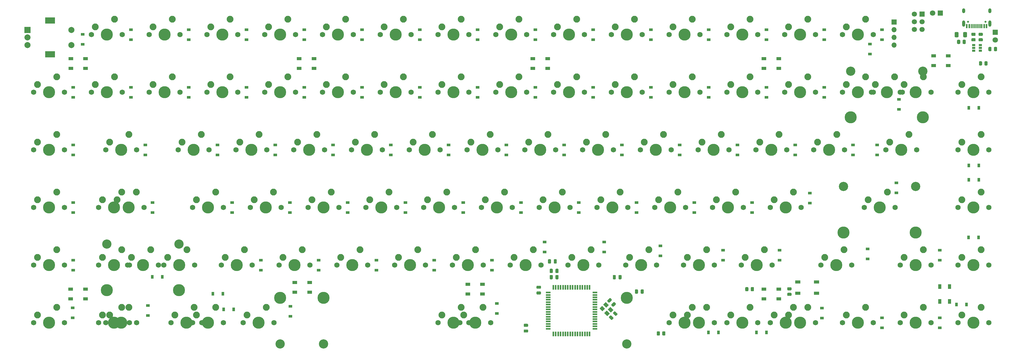
<source format=gbr>
%TF.GenerationSoftware,KiCad,Pcbnew,(5.1.9)-1*%
%TF.CreationDate,2021-05-17T13:38:32-04:00*%
%TF.ProjectId,rnm-75E,726e6d2d-3735-4452-9e6b-696361645f70,rev?*%
%TF.SameCoordinates,Original*%
%TF.FileFunction,Soldermask,Bot*%
%TF.FilePolarity,Negative*%
%FSLAX46Y46*%
G04 Gerber Fmt 4.6, Leading zero omitted, Abs format (unit mm)*
G04 Created by KiCad (PCBNEW (5.1.9)-1) date 2021-05-17 13:38:32*
%MOMM*%
%LPD*%
G01*
G04 APERTURE LIST*
%ADD10C,2.250000*%
%ADD11C,3.987800*%
%ADD12C,1.750000*%
%ADD13R,0.900000X1.200000*%
%ADD14R,1.200000X0.900000*%
%ADD15R,2.000000X2.000000*%
%ADD16C,2.000000*%
%ADD17R,3.200000X2.000000*%
%ADD18C,3.048000*%
%ADD19R,0.600000X1.450000*%
%ADD20R,0.300000X1.450000*%
%ADD21O,1.000000X2.100000*%
%ADD22C,0.650000*%
%ADD23O,1.000000X1.600000*%
%ADD24R,1.060000X0.650000*%
%ADD25R,1.500000X0.550000*%
%ADD26R,0.550000X1.500000*%
%ADD27R,1.700000X1.700000*%
%ADD28C,1.700000*%
%ADD29C,1.800000*%
%ADD30R,1.800000X1.800000*%
%ADD31O,1.700000X1.700000*%
%ADD32C,0.100000*%
%ADD33R,1.800000X1.100000*%
%ADD34R,1.500000X1.000000*%
%ADD35R,1.000000X1.500000*%
G04 APERTURE END LIST*
D10*
%TO.C,MX78*%
X340665250Y-96577000D03*
D11*
X338125250Y-101657000D03*
D10*
X334315250Y-99117000D03*
D12*
X333045250Y-101657000D03*
X343205250Y-101657000D03*
%TD*%
D10*
%TO.C,MX_SPLIT_LS_R1*%
X116840000Y-172790000D03*
D11*
X114300000Y-177870000D03*
D10*
X110490000Y-175330000D03*
D12*
X109220000Y-177870000D03*
X119380000Y-177870000D03*
%TD*%
D10*
%TO.C,MX_SPLIT_LS_L1*%
X95390000Y-172770000D03*
D11*
X92850000Y-177850000D03*
D10*
X89040000Y-175310000D03*
D12*
X87770000Y-177850000D03*
X97930000Y-177850000D03*
%TD*%
D10*
%TO.C,MX_SPLIT_BS_R1*%
X359710000Y-115620000D03*
D11*
X357170000Y-120700000D03*
D10*
X353360000Y-118160000D03*
D12*
X352090000Y-120700000D03*
X362250000Y-120700000D03*
%TD*%
D10*
%TO.C,MX_SPLIT_BS_L1*%
X340670000Y-115620000D03*
D11*
X338130000Y-120700000D03*
D10*
X334320000Y-118160000D03*
D12*
X333050000Y-120700000D03*
X343210000Y-120700000D03*
%TD*%
D13*
%TO.C,D_SPLIT_RS_R1*%
X125412500Y-187325000D03*
X128712500Y-187325000D03*
%TD*%
D14*
%TO.C,D_SPLIT_BS_R1*%
X342106250Y-108075000D03*
X342106250Y-104775000D03*
%TD*%
D15*
%TO.C,SW2*%
X64281500Y-100069500D03*
D16*
X64281500Y-102569500D03*
X64281500Y-105069500D03*
D17*
X71781500Y-96969500D03*
X71781500Y-108169500D03*
D16*
X78781500Y-100069500D03*
X78781500Y-105069500D03*
%TD*%
D10*
%TO.C,MX81*%
X354952750Y-134677000D03*
D11*
X352412750Y-139757000D03*
D10*
X348602750Y-137217000D03*
D12*
X347332750Y-139757000D03*
X357492750Y-139757000D03*
%TD*%
D10*
%TO.C,MX93*%
X207315250Y-191827000D03*
D11*
X204775250Y-196907000D03*
D10*
X200965250Y-194367000D03*
D12*
X199695250Y-196907000D03*
X209855250Y-196907000D03*
D18*
X147625250Y-203892000D03*
X261925250Y-203892000D03*
D11*
X147625250Y-188652000D03*
X261925250Y-188652000D03*
%TD*%
D19*
%TO.C,J2*%
X380545000Y-98865000D03*
X379745000Y-98865000D03*
X374845000Y-98865000D03*
X374045000Y-98865000D03*
X374045000Y-98865000D03*
X374845000Y-98865000D03*
X379745000Y-98865000D03*
X380545000Y-98865000D03*
D20*
X375545000Y-98865000D03*
X376045000Y-98865000D03*
X376545000Y-98865000D03*
X377545000Y-98865000D03*
X378045000Y-98865000D03*
X378545000Y-98865000D03*
X379045000Y-98865000D03*
X377045000Y-98865000D03*
D21*
X381615000Y-97950000D03*
X372975000Y-97950000D03*
D22*
X374405000Y-97420000D03*
D23*
X372975000Y-93770000D03*
D22*
X380185000Y-97420000D03*
D23*
X381615000Y-93770000D03*
%TD*%
D10*
%TO.C,MX62*%
X288277750Y-172777000D03*
D11*
X285737750Y-177857000D03*
D10*
X281927750Y-175317000D03*
D12*
X280657750Y-177857000D03*
X290817750Y-177857000D03*
%TD*%
D10*
%TO.C,MX86*%
X378765250Y-115627000D03*
D11*
X376225250Y-120707000D03*
D10*
X372415250Y-118167000D03*
D12*
X371145250Y-120707000D03*
X381305250Y-120707000D03*
%TD*%
%TO.C,C_F3*%
G36*
G01*
X237832500Y-177093750D02*
X237832500Y-176143750D01*
G75*
G02*
X238082500Y-175893750I250000J0D01*
G01*
X238582500Y-175893750D01*
G75*
G02*
X238832500Y-176143750I0J-250000D01*
G01*
X238832500Y-177093750D01*
G75*
G02*
X238582500Y-177343750I-250000J0D01*
G01*
X238082500Y-177343750D01*
G75*
G02*
X237832500Y-177093750I0J250000D01*
G01*
G37*
G36*
G01*
X235932500Y-177093750D02*
X235932500Y-176143750D01*
G75*
G02*
X236182500Y-175893750I250000J0D01*
G01*
X236682500Y-175893750D01*
G75*
G02*
X236932500Y-176143750I0J-250000D01*
G01*
X236932500Y-177093750D01*
G75*
G02*
X236682500Y-177343750I-250000J0D01*
G01*
X236182500Y-177343750D01*
G75*
G02*
X235932500Y-177093750I0J250000D01*
G01*
G37*
%TD*%
%TO.C,C_X2*%
G36*
G01*
X256906029Y-189507878D02*
X256234278Y-190179629D01*
G75*
G02*
X255880724Y-190179629I-176777J176777D01*
G01*
X255527171Y-189826076D01*
G75*
G02*
X255527171Y-189472522I176777J176777D01*
G01*
X256198922Y-188800771D01*
G75*
G02*
X256552476Y-188800771I176777J-176777D01*
G01*
X256906029Y-189154324D01*
G75*
G02*
X256906029Y-189507878I-176777J-176777D01*
G01*
G37*
G36*
G01*
X258249531Y-190851380D02*
X257577780Y-191523131D01*
G75*
G02*
X257224226Y-191523131I-176777J176777D01*
G01*
X256870673Y-191169578D01*
G75*
G02*
X256870673Y-190816024I176777J176777D01*
G01*
X257542424Y-190144273D01*
G75*
G02*
X257895978Y-190144273I176777J-176777D01*
G01*
X258249531Y-190497826D01*
G75*
G02*
X258249531Y-190851380I-176777J-176777D01*
G01*
G37*
%TD*%
D24*
%TO.C,U2*%
X376317600Y-106036000D03*
X376317600Y-105086000D03*
X376317600Y-106986000D03*
X378517600Y-106986000D03*
X378517600Y-106036000D03*
X378517600Y-105086000D03*
%TD*%
D25*
%TO.C,U1*%
X235975000Y-186900000D03*
X235975000Y-187700000D03*
X235975000Y-188500000D03*
X235975000Y-189300000D03*
X235975000Y-190100000D03*
X235975000Y-190900000D03*
X235975000Y-191700000D03*
X235975000Y-192500000D03*
X235975000Y-193300000D03*
X235975000Y-194100000D03*
X235975000Y-194900000D03*
X235975000Y-195700000D03*
X235975000Y-196500000D03*
X235975000Y-197300000D03*
X235975000Y-198100000D03*
X235975000Y-198900000D03*
D26*
X237675000Y-200600000D03*
X238475000Y-200600000D03*
X239275000Y-200600000D03*
X240075000Y-200600000D03*
X240875000Y-200600000D03*
X241675000Y-200600000D03*
X242475000Y-200600000D03*
X243275000Y-200600000D03*
X244075000Y-200600000D03*
X244875000Y-200600000D03*
X245675000Y-200600000D03*
X246475000Y-200600000D03*
X247275000Y-200600000D03*
X248075000Y-200600000D03*
X248875000Y-200600000D03*
X249675000Y-200600000D03*
D25*
X251375000Y-198900000D03*
X251375000Y-198100000D03*
X251375000Y-197300000D03*
X251375000Y-196500000D03*
X251375000Y-195700000D03*
X251375000Y-194900000D03*
X251375000Y-194100000D03*
X251375000Y-193300000D03*
X251375000Y-192500000D03*
X251375000Y-191700000D03*
X251375000Y-190900000D03*
X251375000Y-190100000D03*
X251375000Y-189300000D03*
X251375000Y-188500000D03*
X251375000Y-187700000D03*
X251375000Y-186900000D03*
D26*
X249675000Y-185200000D03*
X248875000Y-185200000D03*
X248075000Y-185200000D03*
X247275000Y-185200000D03*
X246475000Y-185200000D03*
X245675000Y-185200000D03*
X244875000Y-185200000D03*
X244075000Y-185200000D03*
X243275000Y-185200000D03*
X242475000Y-185200000D03*
X241675000Y-185200000D03*
X240875000Y-185200000D03*
X240075000Y-185200000D03*
X239275000Y-185200000D03*
X238475000Y-185200000D03*
X237675000Y-185200000D03*
%TD*%
D10*
%TO.C,MX10*%
X104921500Y-172777000D03*
D11*
X102381500Y-177857000D03*
D10*
X98571500Y-175317000D03*
D12*
X97301500Y-177857000D03*
X107461500Y-177857000D03*
D18*
X90475250Y-170872000D03*
X114287750Y-170872000D03*
D11*
X90475250Y-186112000D03*
X114287750Y-186112000D03*
%TD*%
D27*
%TO.C,J1*%
X359302500Y-94862500D03*
D28*
X356762500Y-94862500D03*
X359302500Y-97402500D03*
X356762500Y-97402500D03*
X359302500Y-99942500D03*
X356762500Y-99942500D03*
%TD*%
%TO.C,R2*%
G36*
G01*
X302006500Y-185344498D02*
X302006500Y-186244502D01*
G75*
G02*
X301756502Y-186494500I-249998J0D01*
G01*
X301231498Y-186494500D01*
G75*
G02*
X300981500Y-186244502I0J249998D01*
G01*
X300981500Y-185344498D01*
G75*
G02*
X301231498Y-185094500I249998J0D01*
G01*
X301756502Y-185094500D01*
G75*
G02*
X302006500Y-185344498I0J-249998D01*
G01*
G37*
G36*
G01*
X303831500Y-185344498D02*
X303831500Y-186244502D01*
G75*
G02*
X303581502Y-186494500I-249998J0D01*
G01*
X303056498Y-186494500D01*
G75*
G02*
X302806500Y-186244502I0J249998D01*
G01*
X302806500Y-185344498D01*
G75*
G02*
X303056498Y-185094500I249998J0D01*
G01*
X303581502Y-185094500D01*
G75*
G02*
X303831500Y-185344498I0J-249998D01*
G01*
G37*
%TD*%
D10*
%TO.C,MX83*%
X359715250Y-172777000D03*
D11*
X357175250Y-177857000D03*
D10*
X353365250Y-175317000D03*
D12*
X352095250Y-177857000D03*
X362255250Y-177857000D03*
%TD*%
D10*
%TO.C,MX57*%
X269227750Y-172777000D03*
D11*
X266687750Y-177857000D03*
D10*
X262877750Y-175317000D03*
D12*
X261607750Y-177857000D03*
X271767750Y-177857000D03*
%TD*%
%TO.C,C_FM1*%
G36*
G01*
X239406500Y-179287000D02*
X239406500Y-180237000D01*
G75*
G02*
X239156500Y-180487000I-250000J0D01*
G01*
X238656500Y-180487000D01*
G75*
G02*
X238406500Y-180237000I0J250000D01*
G01*
X238406500Y-179287000D01*
G75*
G02*
X238656500Y-179037000I250000J0D01*
G01*
X239156500Y-179037000D01*
G75*
G02*
X239406500Y-179287000I0J-250000D01*
G01*
G37*
G36*
G01*
X237506500Y-179287000D02*
X237506500Y-180237000D01*
G75*
G02*
X237256500Y-180487000I-250000J0D01*
G01*
X236756500Y-180487000D01*
G75*
G02*
X236506500Y-180237000I0J250000D01*
G01*
X236506500Y-179287000D01*
G75*
G02*
X236756500Y-179037000I250000J0D01*
G01*
X237256500Y-179037000D01*
G75*
G02*
X237506500Y-179287000I0J-250000D01*
G01*
G37*
%TD*%
D29*
%TO.C,CAPS_LOCK_LED2*%
X383369000Y-103403250D03*
D30*
X383369000Y-100863250D03*
%TD*%
D29*
%TO.C,CAPS_LOCK_LED1*%
X362731500Y-94513250D03*
D30*
X365271500Y-94513250D03*
%TD*%
D10*
%TO.C,MX92*%
X126352750Y-191827000D03*
D11*
X123812750Y-196907000D03*
D10*
X120002750Y-194367000D03*
D12*
X118732750Y-196907000D03*
X128892750Y-196907000D03*
%TD*%
D10*
%TO.C,MX91*%
X97777750Y-191827000D03*
D11*
X95237750Y-196907000D03*
D10*
X91427750Y-194367000D03*
D12*
X90157750Y-196907000D03*
X100317750Y-196907000D03*
%TD*%
D10*
%TO.C,MX90*%
X95396500Y-153727000D03*
D11*
X92856500Y-158807000D03*
D10*
X89046500Y-156267000D03*
D12*
X87776500Y-158807000D03*
X97936500Y-158807000D03*
%TD*%
D10*
%TO.C,MX85*%
X378765250Y-191827000D03*
D11*
X376225250Y-196907000D03*
D10*
X372415250Y-194367000D03*
D12*
X371145250Y-196907000D03*
X381305250Y-196907000D03*
%TD*%
D10*
%TO.C,MX41*%
X214459000Y-191827000D03*
D11*
X211919000Y-196907000D03*
D10*
X208109000Y-194367000D03*
D12*
X206839000Y-196907000D03*
X216999000Y-196907000D03*
D18*
X161919100Y-203892000D03*
X261918900Y-203892000D03*
D11*
X161919100Y-188652000D03*
X261918900Y-188652000D03*
%TD*%
D31*
%TO.C,J3*%
X350043750Y-105092500D03*
X350043750Y-102552500D03*
X350043750Y-100012500D03*
D27*
X350043750Y-97472500D03*
%TD*%
D12*
%TO.C,MX2*%
X76505250Y-139757000D03*
X66345250Y-139757000D03*
D10*
X67615250Y-137217000D03*
D11*
X71425250Y-139757000D03*
D10*
X73965250Y-134677000D03*
%TD*%
%TO.C,MX4*%
X73965250Y-172777000D03*
D11*
X71425250Y-177857000D03*
D10*
X67615250Y-175317000D03*
D12*
X66345250Y-177857000D03*
X76505250Y-177857000D03*
%TD*%
D32*
%TO.C,Y1*%
G36*
X257505955Y-192606865D02*
G01*
X256657427Y-193455393D01*
X255667477Y-192465443D01*
X256516005Y-191616915D01*
X257505955Y-192606865D01*
G37*
G36*
X255950320Y-191051230D02*
G01*
X255101792Y-191899758D01*
X254111842Y-190909808D01*
X254960370Y-190061280D01*
X255950320Y-191051230D01*
G37*
G36*
X254748239Y-192253311D02*
G01*
X253899711Y-193101839D01*
X252909761Y-192111889D01*
X253758289Y-191263361D01*
X254748239Y-192253311D01*
G37*
G36*
X256303874Y-193808946D02*
G01*
X255455346Y-194657474D01*
X254465396Y-193667524D01*
X255313924Y-192818996D01*
X256303874Y-193808946D01*
G37*
%TD*%
D33*
%TO.C,SW1*%
X318281500Y-183413250D03*
X324481500Y-187113250D03*
X318281500Y-187113250D03*
X324481500Y-183413250D03*
%TD*%
%TO.C,R_u2*%
G36*
G01*
X382175250Y-105969498D02*
X382175250Y-106869502D01*
G75*
G02*
X381925252Y-107119500I-249998J0D01*
G01*
X381400248Y-107119500D01*
G75*
G02*
X381150250Y-106869502I0J249998D01*
G01*
X381150250Y-105969498D01*
G75*
G02*
X381400248Y-105719500I249998J0D01*
G01*
X381925252Y-105719500D01*
G75*
G02*
X382175250Y-105969498I0J-249998D01*
G01*
G37*
G36*
G01*
X384000250Y-105969498D02*
X384000250Y-106869502D01*
G75*
G02*
X383750252Y-107119500I-249998J0D01*
G01*
X383225248Y-107119500D01*
G75*
G02*
X382975250Y-106869502I0J249998D01*
G01*
X382975250Y-105969498D01*
G75*
G02*
X383225248Y-105719500I249998J0D01*
G01*
X383750252Y-105719500D01*
G75*
G02*
X384000250Y-105969498I0J-249998D01*
G01*
G37*
%TD*%
%TO.C,R_u1*%
G36*
G01*
X372656500Y-104488252D02*
X372656500Y-103588248D01*
G75*
G02*
X372906498Y-103338250I249998J0D01*
G01*
X373431502Y-103338250D01*
G75*
G02*
X373681500Y-103588248I0J-249998D01*
G01*
X373681500Y-104488252D01*
G75*
G02*
X373431502Y-104738250I-249998J0D01*
G01*
X372906498Y-104738250D01*
G75*
G02*
X372656500Y-104488252I0J249998D01*
G01*
G37*
G36*
G01*
X370831500Y-104488252D02*
X370831500Y-103588248D01*
G75*
G02*
X371081498Y-103338250I249998J0D01*
G01*
X371606502Y-103338250D01*
G75*
G02*
X371856500Y-103588248I0J-249998D01*
G01*
X371856500Y-104488252D01*
G75*
G02*
X371606502Y-104738250I-249998J0D01*
G01*
X371081498Y-104738250D01*
G75*
G02*
X370831500Y-104488252I0J249998D01*
G01*
G37*
%TD*%
%TO.C,R_SW2*%
G36*
G01*
X271795000Y-200881252D02*
X271795000Y-199981248D01*
G75*
G02*
X272044998Y-199731250I249998J0D01*
G01*
X272570002Y-199731250D01*
G75*
G02*
X272820000Y-199981248I0J-249998D01*
G01*
X272820000Y-200881252D01*
G75*
G02*
X272570002Y-201131250I-249998J0D01*
G01*
X272044998Y-201131250D01*
G75*
G02*
X271795000Y-200881252I0J249998D01*
G01*
G37*
G36*
G01*
X273620000Y-200881252D02*
X273620000Y-199981248D01*
G75*
G02*
X273869998Y-199731250I249998J0D01*
G01*
X274395002Y-199731250D01*
G75*
G02*
X274645000Y-199981248I0J-249998D01*
G01*
X274645000Y-200881252D01*
G75*
G02*
X274395002Y-201131250I-249998J0D01*
G01*
X273869998Y-201131250D01*
G75*
G02*
X273620000Y-200881252I0J249998D01*
G01*
G37*
%TD*%
%TO.C,R_SW1*%
G36*
G01*
X315975602Y-188021500D02*
X315075598Y-188021500D01*
G75*
G02*
X314825600Y-187771502I0J249998D01*
G01*
X314825600Y-187246498D01*
G75*
G02*
X315075598Y-186996500I249998J0D01*
G01*
X315975602Y-186996500D01*
G75*
G02*
X316225600Y-187246498I0J-249998D01*
G01*
X316225600Y-187771502D01*
G75*
G02*
X315975602Y-188021500I-249998J0D01*
G01*
G37*
G36*
G01*
X315975602Y-186196500D02*
X315075598Y-186196500D01*
G75*
G02*
X314825600Y-185946502I0J249998D01*
G01*
X314825600Y-185421498D01*
G75*
G02*
X315075598Y-185171500I249998J0D01*
G01*
X315975602Y-185171500D01*
G75*
G02*
X316225600Y-185421498I0J-249998D01*
G01*
X316225600Y-185946502D01*
G75*
G02*
X315975602Y-186196500I-249998J0D01*
G01*
G37*
%TD*%
%TO.C,R_d2*%
G36*
G01*
X376675252Y-102050750D02*
X375775248Y-102050750D01*
G75*
G02*
X375525250Y-101800752I0J249998D01*
G01*
X375525250Y-101275748D01*
G75*
G02*
X375775248Y-101025750I249998J0D01*
G01*
X376675252Y-101025750D01*
G75*
G02*
X376925250Y-101275748I0J-249998D01*
G01*
X376925250Y-101800752D01*
G75*
G02*
X376675252Y-102050750I-249998J0D01*
G01*
G37*
G36*
G01*
X376675252Y-103875750D02*
X375775248Y-103875750D01*
G75*
G02*
X375525250Y-103625752I0J249998D01*
G01*
X375525250Y-103100748D01*
G75*
G02*
X375775248Y-102850750I249998J0D01*
G01*
X376675252Y-102850750D01*
G75*
G02*
X376925250Y-103100748I0J-249998D01*
G01*
X376925250Y-103625752D01*
G75*
G02*
X376675252Y-103875750I-249998J0D01*
G01*
G37*
%TD*%
%TO.C,R_d1*%
G36*
G01*
X379056502Y-102050750D02*
X378156498Y-102050750D01*
G75*
G02*
X377906500Y-101800752I0J249998D01*
G01*
X377906500Y-101275748D01*
G75*
G02*
X378156498Y-101025750I249998J0D01*
G01*
X379056502Y-101025750D01*
G75*
G02*
X379306500Y-101275748I0J-249998D01*
G01*
X379306500Y-101800752D01*
G75*
G02*
X379056502Y-102050750I-249998J0D01*
G01*
G37*
G36*
G01*
X379056502Y-103875750D02*
X378156498Y-103875750D01*
G75*
G02*
X377906500Y-103625752I0J249998D01*
G01*
X377906500Y-103100748D01*
G75*
G02*
X378156498Y-102850750I249998J0D01*
G01*
X379056502Y-102850750D01*
G75*
G02*
X379306500Y-103100748I0J-249998D01*
G01*
X379306500Y-103625752D01*
G75*
G02*
X379056502Y-103875750I-249998J0D01*
G01*
G37*
%TD*%
%TO.C,R1*%
G36*
G01*
X379059300Y-110706598D02*
X379059300Y-111606602D01*
G75*
G02*
X378809302Y-111856600I-249998J0D01*
G01*
X378284298Y-111856600D01*
G75*
G02*
X378034300Y-111606602I0J249998D01*
G01*
X378034300Y-110706598D01*
G75*
G02*
X378284298Y-110456600I249998J0D01*
G01*
X378809302Y-110456600D01*
G75*
G02*
X379059300Y-110706598I0J-249998D01*
G01*
G37*
G36*
G01*
X380884300Y-110706598D02*
X380884300Y-111606602D01*
G75*
G02*
X380634302Y-111856600I-249998J0D01*
G01*
X380109298Y-111856600D01*
G75*
G02*
X379859300Y-111606602I0J249998D01*
G01*
X379859300Y-110706598D01*
G75*
G02*
X380109298Y-110456600I249998J0D01*
G01*
X380634302Y-110456600D01*
G75*
G02*
X380884300Y-110706598I0J-249998D01*
G01*
G37*
%TD*%
D10*
%TO.C,MX89*%
X378765250Y-172777000D03*
D11*
X376225250Y-177857000D03*
D10*
X372415250Y-175317000D03*
D12*
X371145250Y-177857000D03*
X381305250Y-177857000D03*
%TD*%
D10*
%TO.C,MX88*%
X378765250Y-153727000D03*
D11*
X376225250Y-158807000D03*
D10*
X372415250Y-156267000D03*
D12*
X371145250Y-158807000D03*
X381305250Y-158807000D03*
%TD*%
D10*
%TO.C,MX87*%
X378765250Y-134677000D03*
D11*
X376225250Y-139757000D03*
D10*
X372415250Y-137217000D03*
D12*
X371145250Y-139757000D03*
X381305250Y-139757000D03*
%TD*%
D10*
%TO.C,MX84*%
X359715250Y-191827000D03*
D11*
X357175250Y-196907000D03*
D10*
X353365250Y-194367000D03*
D12*
X352095250Y-196907000D03*
X362255250Y-196907000D03*
%TD*%
D10*
%TO.C,MX82*%
X347809000Y-153727000D03*
D11*
X345269000Y-158807000D03*
D10*
X341459000Y-156267000D03*
D12*
X340189000Y-158807000D03*
X350349000Y-158807000D03*
D18*
X333362750Y-151822000D03*
X357175250Y-151822000D03*
D11*
X333362750Y-167062000D03*
X357175250Y-167062000D03*
%TD*%
D10*
%TO.C,MX80*%
X350190250Y-115627000D03*
D11*
X347650250Y-120707000D03*
D10*
X343840250Y-118167000D03*
D12*
X342570250Y-120707000D03*
X352730250Y-120707000D03*
D18*
X335744000Y-113722000D03*
X359556500Y-113722000D03*
D11*
X335744000Y-128962000D03*
X359556500Y-128962000D03*
%TD*%
D10*
%TO.C,MX79*%
X340665250Y-191827000D03*
D11*
X338125250Y-196907000D03*
D10*
X334315250Y-194367000D03*
D12*
X333045250Y-196907000D03*
X343205250Y-196907000D03*
%TD*%
D10*
%TO.C,MX77*%
X333521500Y-172777000D03*
D11*
X330981500Y-177857000D03*
D10*
X327171500Y-175317000D03*
D12*
X325901500Y-177857000D03*
X336061500Y-177857000D03*
%TD*%
D10*
%TO.C,MX76*%
X331140250Y-134677000D03*
D11*
X328600250Y-139757000D03*
D10*
X324790250Y-137217000D03*
D12*
X323520250Y-139757000D03*
X333680250Y-139757000D03*
%TD*%
D10*
%TO.C,MX75*%
X321615250Y-115627000D03*
D11*
X319075250Y-120707000D03*
D10*
X315265250Y-118167000D03*
D12*
X313995250Y-120707000D03*
X324155250Y-120707000D03*
%TD*%
D10*
%TO.C,MX74*%
X321615250Y-96577000D03*
D11*
X319075250Y-101657000D03*
D10*
X315265250Y-99117000D03*
D12*
X313995250Y-101657000D03*
X324155250Y-101657000D03*
%TD*%
D10*
%TO.C,MX73*%
X316852750Y-153727000D03*
D11*
X314312750Y-158807000D03*
D10*
X310502750Y-156267000D03*
D12*
X309232750Y-158807000D03*
X319392750Y-158807000D03*
%TD*%
D10*
%TO.C,MX72*%
X312090250Y-134677000D03*
D11*
X309550250Y-139757000D03*
D10*
X305740250Y-137217000D03*
D12*
X304470250Y-139757000D03*
X314630250Y-139757000D03*
%TD*%
D10*
%TO.C,MX71*%
X316852750Y-191827000D03*
D11*
X314312750Y-196907000D03*
D10*
X310502750Y-194367000D03*
D12*
X309232750Y-196907000D03*
X319392750Y-196907000D03*
%TD*%
D10*
%TO.C,MX70*%
X321615250Y-191827000D03*
D11*
X319075250Y-196907000D03*
D10*
X315265250Y-194367000D03*
D12*
X313995250Y-196907000D03*
X324155250Y-196907000D03*
%TD*%
D10*
%TO.C,MX69*%
X307327750Y-172777000D03*
D11*
X304787750Y-177857000D03*
D10*
X300977750Y-175317000D03*
D12*
X299707750Y-177857000D03*
X309867750Y-177857000D03*
%TD*%
D10*
%TO.C,MX68*%
X302565250Y-115627000D03*
D11*
X300025250Y-120707000D03*
D10*
X296215250Y-118167000D03*
D12*
X294945250Y-120707000D03*
X305105250Y-120707000D03*
%TD*%
D10*
%TO.C,MX67*%
X302565250Y-96577000D03*
D11*
X300025250Y-101657000D03*
D10*
X296215250Y-99117000D03*
D12*
X294945250Y-101657000D03*
X305105250Y-101657000D03*
%TD*%
D10*
%TO.C,MX66*%
X297802750Y-153727000D03*
D11*
X295262750Y-158807000D03*
D10*
X291452750Y-156267000D03*
D12*
X290182750Y-158807000D03*
X300342750Y-158807000D03*
%TD*%
D10*
%TO.C,MX65*%
X293040250Y-134677000D03*
D11*
X290500250Y-139757000D03*
D10*
X286690250Y-137217000D03*
D12*
X285420250Y-139757000D03*
X295580250Y-139757000D03*
%TD*%
D10*
%TO.C,MX64*%
X288277750Y-191827000D03*
D11*
X285737750Y-196907000D03*
D10*
X281927750Y-194367000D03*
D12*
X280657750Y-196907000D03*
X290817750Y-196907000D03*
%TD*%
D10*
%TO.C,MX63*%
X302565250Y-191827000D03*
D11*
X300025250Y-196907000D03*
D10*
X296215250Y-194367000D03*
D12*
X294945250Y-196907000D03*
X305105250Y-196907000D03*
%TD*%
D10*
%TO.C,MX61*%
X283515250Y-115627000D03*
D11*
X280975250Y-120707000D03*
D10*
X277165250Y-118167000D03*
D12*
X275895250Y-120707000D03*
X286055250Y-120707000D03*
%TD*%
D10*
%TO.C,MX60*%
X283515250Y-96577000D03*
D11*
X280975250Y-101657000D03*
D10*
X277165250Y-99117000D03*
D12*
X275895250Y-101657000D03*
X286055250Y-101657000D03*
%TD*%
D10*
%TO.C,MX59*%
X278752750Y-153727000D03*
D11*
X276212750Y-158807000D03*
D10*
X272402750Y-156267000D03*
D12*
X271132750Y-158807000D03*
X281292750Y-158807000D03*
%TD*%
D10*
%TO.C,MX58*%
X273990250Y-134677000D03*
D11*
X271450250Y-139757000D03*
D10*
X267640250Y-137217000D03*
D12*
X266370250Y-139757000D03*
X276530250Y-139757000D03*
%TD*%
D10*
%TO.C,MX56*%
X264465250Y-115627000D03*
D11*
X261925250Y-120707000D03*
D10*
X258115250Y-118167000D03*
D12*
X256845250Y-120707000D03*
X267005250Y-120707000D03*
%TD*%
D10*
%TO.C,MX55*%
X264465250Y-96577000D03*
D11*
X261925250Y-101657000D03*
D10*
X258115250Y-99117000D03*
D12*
X256845250Y-101657000D03*
X267005250Y-101657000D03*
%TD*%
D10*
%TO.C,MX54*%
X259702750Y-153727000D03*
D11*
X257162750Y-158807000D03*
D10*
X253352750Y-156267000D03*
D12*
X252082750Y-158807000D03*
X262242750Y-158807000D03*
%TD*%
D10*
%TO.C,MX53*%
X283515250Y-191827000D03*
D11*
X280975250Y-196907000D03*
D10*
X277165250Y-194367000D03*
D12*
X275895250Y-196907000D03*
X286055250Y-196907000D03*
%TD*%
D10*
%TO.C,MX52*%
X254940250Y-134677000D03*
D11*
X252400250Y-139757000D03*
D10*
X248590250Y-137217000D03*
D12*
X247320250Y-139757000D03*
X257480250Y-139757000D03*
%TD*%
D10*
%TO.C,MX51*%
X250177750Y-172777000D03*
D11*
X247637750Y-177857000D03*
D10*
X243827750Y-175317000D03*
D12*
X242557750Y-177857000D03*
X252717750Y-177857000D03*
%TD*%
D10*
%TO.C,MX50*%
X245415250Y-115627000D03*
D11*
X242875250Y-120707000D03*
D10*
X239065250Y-118167000D03*
D12*
X237795250Y-120707000D03*
X247955250Y-120707000D03*
%TD*%
D10*
%TO.C,MX49*%
X245415250Y-96577000D03*
D11*
X242875250Y-101657000D03*
D10*
X239065250Y-99117000D03*
D12*
X237795250Y-101657000D03*
X247955250Y-101657000D03*
%TD*%
D10*
%TO.C,MX48*%
X240652750Y-153727000D03*
D11*
X238112750Y-158807000D03*
D10*
X234302750Y-156267000D03*
D12*
X233032750Y-158807000D03*
X243192750Y-158807000D03*
%TD*%
D10*
%TO.C,MX47*%
X235890250Y-134677000D03*
D11*
X233350250Y-139757000D03*
D10*
X229540250Y-137217000D03*
D12*
X228270250Y-139757000D03*
X238430250Y-139757000D03*
%TD*%
D10*
%TO.C,MX46*%
X231127750Y-172777000D03*
D11*
X228587750Y-177857000D03*
D10*
X224777750Y-175317000D03*
D12*
X223507750Y-177857000D03*
X233667750Y-177857000D03*
%TD*%
D10*
%TO.C,MX45*%
X226365250Y-115627000D03*
D11*
X223825250Y-120707000D03*
D10*
X220015250Y-118167000D03*
D12*
X218745250Y-120707000D03*
X228905250Y-120707000D03*
%TD*%
D10*
%TO.C,MX44*%
X226365250Y-96577000D03*
D11*
X223825250Y-101657000D03*
D10*
X220015250Y-99117000D03*
D12*
X218745250Y-101657000D03*
X228905250Y-101657000D03*
%TD*%
D10*
%TO.C,MX43*%
X221602750Y-153727000D03*
D11*
X219062750Y-158807000D03*
D10*
X215252750Y-156267000D03*
D12*
X213982750Y-158807000D03*
X224142750Y-158807000D03*
%TD*%
D10*
%TO.C,MX42*%
X216840250Y-134677000D03*
D11*
X214300250Y-139757000D03*
D10*
X210490250Y-137217000D03*
D12*
X209220250Y-139757000D03*
X219380250Y-139757000D03*
%TD*%
D10*
%TO.C,MX40*%
X212077750Y-172777000D03*
D11*
X209537750Y-177857000D03*
D10*
X205727750Y-175317000D03*
D12*
X204457750Y-177857000D03*
X214617750Y-177857000D03*
%TD*%
D10*
%TO.C,MX39*%
X207315250Y-115627000D03*
D11*
X204775250Y-120707000D03*
D10*
X200965250Y-118167000D03*
D12*
X199695250Y-120707000D03*
X209855250Y-120707000D03*
%TD*%
D10*
%TO.C,MX38*%
X207315250Y-96577000D03*
D11*
X204775250Y-101657000D03*
D10*
X200965250Y-99117000D03*
D12*
X199695250Y-101657000D03*
X209855250Y-101657000D03*
%TD*%
D10*
%TO.C,MX37*%
X202552750Y-153727000D03*
D11*
X200012750Y-158807000D03*
D10*
X196202750Y-156267000D03*
D12*
X194932750Y-158807000D03*
X205092750Y-158807000D03*
%TD*%
D10*
%TO.C,MX36*%
X197790250Y-134677000D03*
D11*
X195250250Y-139757000D03*
D10*
X191440250Y-137217000D03*
D12*
X190170250Y-139757000D03*
X200330250Y-139757000D03*
%TD*%
D10*
%TO.C,MX35*%
X193027750Y-172777000D03*
D11*
X190487750Y-177857000D03*
D10*
X186677750Y-175317000D03*
D12*
X185407750Y-177857000D03*
X195567750Y-177857000D03*
%TD*%
D10*
%TO.C,MX34*%
X188265250Y-115627000D03*
D11*
X185725250Y-120707000D03*
D10*
X181915250Y-118167000D03*
D12*
X180645250Y-120707000D03*
X190805250Y-120707000D03*
%TD*%
D10*
%TO.C,MX33*%
X188265250Y-96577000D03*
D11*
X185725250Y-101657000D03*
D10*
X181915250Y-99117000D03*
D12*
X180645250Y-101657000D03*
X190805250Y-101657000D03*
%TD*%
D10*
%TO.C,MX32*%
X183502750Y-153727000D03*
D11*
X180962750Y-158807000D03*
D10*
X177152750Y-156267000D03*
D12*
X175882750Y-158807000D03*
X186042750Y-158807000D03*
%TD*%
D10*
%TO.C,MX31*%
X178740250Y-134677000D03*
D11*
X176200250Y-139757000D03*
D10*
X172390250Y-137217000D03*
D12*
X171120250Y-139757000D03*
X181280250Y-139757000D03*
%TD*%
D10*
%TO.C,MX30*%
X173977750Y-172777000D03*
D11*
X171437750Y-177857000D03*
D10*
X167627750Y-175317000D03*
D12*
X166357750Y-177857000D03*
X176517750Y-177857000D03*
%TD*%
D10*
%TO.C,MX29*%
X169215250Y-115627000D03*
D11*
X166675250Y-120707000D03*
D10*
X162865250Y-118167000D03*
D12*
X161595250Y-120707000D03*
X171755250Y-120707000D03*
%TD*%
D10*
%TO.C,MX28*%
X169215250Y-96577000D03*
D11*
X166675250Y-101657000D03*
D10*
X162865250Y-99117000D03*
D12*
X161595250Y-101657000D03*
X171755250Y-101657000D03*
%TD*%
D10*
%TO.C,MX27*%
X164452750Y-153727000D03*
D11*
X161912750Y-158807000D03*
D10*
X158102750Y-156267000D03*
D12*
X156832750Y-158807000D03*
X166992750Y-158807000D03*
%TD*%
D10*
%TO.C,MX26*%
X159690250Y-134677000D03*
D11*
X157150250Y-139757000D03*
D10*
X153340250Y-137217000D03*
D12*
X152070250Y-139757000D03*
X162230250Y-139757000D03*
%TD*%
D10*
%TO.C,MX25*%
X154927750Y-172777000D03*
D11*
X152387750Y-177857000D03*
D10*
X148577750Y-175317000D03*
D12*
X147307750Y-177857000D03*
X157467750Y-177857000D03*
%TD*%
D10*
%TO.C,MX24*%
X150165250Y-115627000D03*
D11*
X147625250Y-120707000D03*
D10*
X143815250Y-118167000D03*
D12*
X142545250Y-120707000D03*
X152705250Y-120707000D03*
%TD*%
D10*
%TO.C,MX23*%
X150165250Y-96577000D03*
D11*
X147625250Y-101657000D03*
D10*
X143815250Y-99117000D03*
D12*
X142545250Y-101657000D03*
X152705250Y-101657000D03*
%TD*%
D10*
%TO.C,MX22*%
X145402750Y-153727000D03*
D11*
X142862750Y-158807000D03*
D10*
X139052750Y-156267000D03*
D12*
X137782750Y-158807000D03*
X147942750Y-158807000D03*
%TD*%
D10*
%TO.C,MX21*%
X140640250Y-134677000D03*
D11*
X138100250Y-139757000D03*
D10*
X134290250Y-137217000D03*
D12*
X133020250Y-139757000D03*
X143180250Y-139757000D03*
%TD*%
D10*
%TO.C,MX20*%
X143021500Y-191827000D03*
D11*
X140481500Y-196907000D03*
D10*
X136671500Y-194367000D03*
D12*
X135401500Y-196907000D03*
X145561500Y-196907000D03*
%TD*%
D10*
%TO.C,MX19*%
X135877750Y-172777000D03*
D11*
X133337750Y-177857000D03*
D10*
X129527750Y-175317000D03*
D12*
X128257750Y-177857000D03*
X138417750Y-177857000D03*
%TD*%
D10*
%TO.C,MX18*%
X131115250Y-115627000D03*
D11*
X128575250Y-120707000D03*
D10*
X124765250Y-118167000D03*
D12*
X123495250Y-120707000D03*
X133655250Y-120707000D03*
%TD*%
D10*
%TO.C,MX17*%
X131115250Y-96577000D03*
D11*
X128575250Y-101657000D03*
D10*
X124765250Y-99117000D03*
D12*
X123495250Y-101657000D03*
X133655250Y-101657000D03*
%TD*%
D10*
%TO.C,MX16*%
X126352750Y-153727000D03*
D11*
X123812750Y-158807000D03*
D10*
X120002750Y-156267000D03*
D12*
X118732750Y-158807000D03*
X128892750Y-158807000D03*
%TD*%
D10*
%TO.C,MX15*%
X121590250Y-134677000D03*
D11*
X119050250Y-139757000D03*
D10*
X115240250Y-137217000D03*
D12*
X113970250Y-139757000D03*
X124130250Y-139757000D03*
%TD*%
D10*
%TO.C,MX14*%
X119209000Y-191827000D03*
D11*
X116669000Y-196907000D03*
D10*
X112859000Y-194367000D03*
D12*
X111589000Y-196907000D03*
X121749000Y-196907000D03*
%TD*%
D10*
%TO.C,MX13*%
X112065250Y-115627000D03*
D11*
X109525250Y-120707000D03*
D10*
X105715250Y-118167000D03*
D12*
X104445250Y-120707000D03*
X114605250Y-120707000D03*
%TD*%
D10*
%TO.C,MX12*%
X112065250Y-96577000D03*
D11*
X109525250Y-101657000D03*
D10*
X105715250Y-99117000D03*
D12*
X104445250Y-101657000D03*
X114605250Y-101657000D03*
%TD*%
D10*
%TO.C,MX11*%
X95396500Y-191827000D03*
D11*
X92856500Y-196907000D03*
D10*
X89046500Y-194367000D03*
D12*
X87776500Y-196907000D03*
X97936500Y-196907000D03*
%TD*%
D10*
%TO.C,MX9*%
X100159000Y-153727000D03*
D11*
X97619000Y-158807000D03*
D10*
X93809000Y-156267000D03*
D12*
X92539000Y-158807000D03*
X102699000Y-158807000D03*
%TD*%
D10*
%TO.C,MX8*%
X97777750Y-134677000D03*
D11*
X95237750Y-139757000D03*
D10*
X91427750Y-137217000D03*
D12*
X90157750Y-139757000D03*
X100317750Y-139757000D03*
%TD*%
D10*
%TO.C,MX7*%
X93015250Y-115627000D03*
D11*
X90475250Y-120707000D03*
D10*
X86665250Y-118167000D03*
D12*
X85395250Y-120707000D03*
X95555250Y-120707000D03*
%TD*%
D10*
%TO.C,MX6*%
X93015250Y-96577000D03*
D11*
X90475250Y-101657000D03*
D10*
X86665250Y-99117000D03*
D12*
X85395250Y-101657000D03*
X95555250Y-101657000D03*
%TD*%
D10*
%TO.C,MX5*%
X73965250Y-191827000D03*
D11*
X71425250Y-196907000D03*
D10*
X67615250Y-194367000D03*
D12*
X66345250Y-196907000D03*
X76505250Y-196907000D03*
%TD*%
D10*
%TO.C,MX3*%
X73965250Y-153727000D03*
D11*
X71425250Y-158807000D03*
D10*
X67615250Y-156267000D03*
D12*
X66345250Y-158807000D03*
X76505250Y-158807000D03*
%TD*%
%TO.C,MX1*%
X76505250Y-120707000D03*
X66345250Y-120707000D03*
D10*
X67615250Y-118167000D03*
D11*
X71425250Y-120707000D03*
D10*
X73965250Y-115627000D03*
%TD*%
%TO.C,F1*%
G36*
G01*
X370044000Y-102282000D02*
X370044000Y-101032000D01*
G75*
G02*
X370294000Y-100782000I250000J0D01*
G01*
X371044000Y-100782000D01*
G75*
G02*
X371294000Y-101032000I0J-250000D01*
G01*
X371294000Y-102282000D01*
G75*
G02*
X371044000Y-102532000I-250000J0D01*
G01*
X370294000Y-102532000D01*
G75*
G02*
X370044000Y-102282000I0J250000D01*
G01*
G37*
G36*
G01*
X372844000Y-102282000D02*
X372844000Y-101032000D01*
G75*
G02*
X373094000Y-100782000I250000J0D01*
G01*
X373844000Y-100782000D01*
G75*
G02*
X374094000Y-101032000I0J-250000D01*
G01*
X374094000Y-102282000D01*
G75*
G02*
X373844000Y-102532000I-250000J0D01*
G01*
X373094000Y-102532000D01*
G75*
G02*
X372844000Y-102282000I0J250000D01*
G01*
G37*
%TD*%
D34*
%TO.C,D98*%
X83400250Y-185782000D03*
X83400250Y-188982000D03*
X78500250Y-185782000D03*
X78500250Y-188982000D03*
%TD*%
%TO.C,D97*%
X152409000Y-186772000D03*
X152409000Y-183572000D03*
X157309000Y-186772000D03*
X157309000Y-183572000D03*
%TD*%
%TO.C,D96*%
X209469000Y-187394500D03*
X209469000Y-184194500D03*
X214369000Y-187394500D03*
X214369000Y-184194500D03*
%TD*%
%TO.C,D95*%
X307100250Y-188982000D03*
X307100250Y-185782000D03*
X312000250Y-188982000D03*
X312000250Y-185782000D03*
%TD*%
D35*
%TO.C,D94*%
X368300250Y-189832000D03*
X365100250Y-189832000D03*
X368300250Y-184932000D03*
X365100250Y-184932000D03*
%TD*%
D34*
%TO.C,D93*%
X363049000Y-111842000D03*
X363049000Y-108642000D03*
X367949000Y-111842000D03*
X367949000Y-108642000D03*
%TD*%
%TO.C,D92*%
X312000250Y-109582000D03*
X312000250Y-112782000D03*
X307100250Y-109582000D03*
X307100250Y-112782000D03*
%TD*%
%TO.C,D91*%
X235800250Y-109582000D03*
X235800250Y-112782000D03*
X230900250Y-109582000D03*
X230900250Y-112782000D03*
%TD*%
%TO.C,D90*%
X153906500Y-112782000D03*
X153906500Y-109582000D03*
X158806500Y-112782000D03*
X158806500Y-109582000D03*
%TD*%
%TO.C,D89*%
X83469000Y-109594500D03*
X83469000Y-112794500D03*
X78569000Y-109594500D03*
X78569000Y-112794500D03*
%TD*%
D13*
%TO.C,D88*%
X377876250Y-168681250D03*
X374576250Y-168681250D03*
%TD*%
%TO.C,D87*%
X378001250Y-149631250D03*
X374701250Y-149631250D03*
%TD*%
%TO.C,D86*%
X378001250Y-144868750D03*
X374701250Y-144868750D03*
%TD*%
%TO.C,D85*%
X378001250Y-125818750D03*
X374701250Y-125818750D03*
%TD*%
D14*
%TO.C,D84*%
X82537750Y-101532000D03*
X82537750Y-104832000D03*
%TD*%
D13*
%TO.C,D83*%
X373907500Y-190906250D03*
X370607500Y-190906250D03*
%TD*%
D14*
%TO.C,D82*%
X365112750Y-195257000D03*
X365112750Y-198557000D03*
%TD*%
%TO.C,D81*%
X365081000Y-176207000D03*
X365081000Y-172907000D03*
%TD*%
%TO.C,D80*%
X350825250Y-153919500D03*
X350825250Y-150619500D03*
%TD*%
%TO.C,D79*%
X344475250Y-138107000D03*
X344475250Y-141407000D03*
%TD*%
%TO.C,D78*%
X351631250Y-123031250D03*
X351631250Y-126331250D03*
%TD*%
%TO.C,D77*%
X346062750Y-195257000D03*
X346062750Y-198557000D03*
%TD*%
%TO.C,D76*%
X346062750Y-100007000D03*
X346062750Y-103307000D03*
%TD*%
%TO.C,D75*%
X341363750Y-175825000D03*
X341363750Y-172525000D03*
%TD*%
%TO.C,D74*%
X336537750Y-138107000D03*
X336537750Y-141407000D03*
%TD*%
%TO.C,D73*%
X327012750Y-119057000D03*
X327012750Y-122357000D03*
%TD*%
%TO.C,D72*%
X327012750Y-100007000D03*
X327012750Y-103307000D03*
%TD*%
%TO.C,D71*%
X322250250Y-157344500D03*
X322250250Y-154044500D03*
%TD*%
%TO.C,D70*%
X317487750Y-138107000D03*
X317487750Y-141407000D03*
%TD*%
%TO.C,D69*%
X312249000Y-176207000D03*
X312249000Y-172907000D03*
%TD*%
%TO.C,D68*%
X307962750Y-119057000D03*
X307962750Y-122357000D03*
%TD*%
%TO.C,D67*%
X307962750Y-100007000D03*
X307962750Y-103307000D03*
%TD*%
%TO.C,D66*%
X326219000Y-192082000D03*
X326219000Y-195382000D03*
%TD*%
%TO.C,D65*%
X303200250Y-157157000D03*
X303200250Y-160457000D03*
%TD*%
%TO.C,D64*%
X298437750Y-138107000D03*
X298437750Y-141407000D03*
%TD*%
%TO.C,D63*%
X293675250Y-176207000D03*
X293675250Y-172907000D03*
%TD*%
%TO.C,D62*%
X288912750Y-119057000D03*
X288912750Y-122357000D03*
%TD*%
%TO.C,D61*%
X288912750Y-100007000D03*
X288912750Y-103307000D03*
%TD*%
D13*
%TO.C,D60*%
X307962750Y-200082000D03*
X304662750Y-200082000D03*
%TD*%
D14*
%TO.C,D59*%
X284150250Y-157157000D03*
X284150250Y-160457000D03*
%TD*%
%TO.C,D58*%
X279387750Y-138107000D03*
X279387750Y-141407000D03*
%TD*%
%TO.C,D57*%
X273037750Y-174744500D03*
X273037750Y-171444500D03*
%TD*%
%TO.C,D56*%
X269862750Y-119057000D03*
X269862750Y-122357000D03*
%TD*%
%TO.C,D55*%
X269862750Y-100007000D03*
X269862750Y-103307000D03*
%TD*%
%TO.C,D54*%
X265100250Y-157157000D03*
X265100250Y-160457000D03*
%TD*%
D13*
%TO.C,D53*%
X292150250Y-200082000D03*
X288850250Y-200082000D03*
%TD*%
D14*
%TO.C,D52*%
X260337750Y-138107000D03*
X260337750Y-141407000D03*
%TD*%
%TO.C,D51*%
X254464000Y-173537000D03*
X254464000Y-170237000D03*
%TD*%
%TO.C,D50*%
X250812750Y-119057000D03*
X250812750Y-122357000D03*
%TD*%
%TO.C,D49*%
X250812750Y-100007000D03*
X250812750Y-103307000D03*
%TD*%
%TO.C,D48*%
X246050250Y-157157000D03*
X246050250Y-160457000D03*
%TD*%
%TO.C,D47*%
X241287750Y-138107000D03*
X241287750Y-141407000D03*
%TD*%
%TO.C,D46*%
X234779000Y-173537000D03*
X234779000Y-170237000D03*
%TD*%
%TO.C,D45*%
X231762750Y-119057000D03*
X231762750Y-122357000D03*
%TD*%
%TO.C,D44*%
X231762750Y-100007000D03*
X231762750Y-103307000D03*
%TD*%
%TO.C,D43*%
X227000250Y-157157000D03*
X227000250Y-160457000D03*
%TD*%
%TO.C,D42*%
X222237750Y-138107000D03*
X222237750Y-141407000D03*
%TD*%
%TO.C,D41*%
X219062750Y-193857000D03*
X219062750Y-190557000D03*
%TD*%
%TO.C,D40*%
X217475250Y-176207000D03*
X217475250Y-179507000D03*
%TD*%
%TO.C,D39*%
X212712750Y-119057000D03*
X212712750Y-122357000D03*
%TD*%
%TO.C,D38*%
X212712750Y-100007000D03*
X212712750Y-103307000D03*
%TD*%
%TO.C,D37*%
X207950250Y-157157000D03*
X207950250Y-160457000D03*
%TD*%
%TO.C,D36*%
X203187750Y-138107000D03*
X203187750Y-141407000D03*
%TD*%
%TO.C,D35*%
X198425250Y-176207000D03*
X198425250Y-179507000D03*
%TD*%
%TO.C,D34*%
X193662750Y-119057000D03*
X193662750Y-122357000D03*
%TD*%
%TO.C,D33*%
X193662750Y-100007000D03*
X193662750Y-103307000D03*
%TD*%
%TO.C,D32*%
X188900250Y-157157000D03*
X188900250Y-160457000D03*
%TD*%
%TO.C,D31*%
X184137750Y-138107000D03*
X184137750Y-141407000D03*
%TD*%
%TO.C,D30*%
X179375250Y-176207000D03*
X179375250Y-179507000D03*
%TD*%
%TO.C,D29*%
X174612750Y-119057000D03*
X174612750Y-122357000D03*
%TD*%
%TO.C,D28*%
X174612750Y-100007000D03*
X174612750Y-103307000D03*
%TD*%
%TO.C,D27*%
X169850250Y-157157000D03*
X169850250Y-160457000D03*
%TD*%
%TO.C,D26*%
X165087750Y-138107000D03*
X165087750Y-141407000D03*
%TD*%
%TO.C,D25*%
X160325250Y-176207000D03*
X160325250Y-179507000D03*
%TD*%
%TO.C,D24*%
X155562750Y-119057000D03*
X155562750Y-122357000D03*
%TD*%
%TO.C,D23*%
X155562750Y-100007000D03*
X155562750Y-103307000D03*
%TD*%
%TO.C,D22*%
X150800250Y-157157000D03*
X150800250Y-160457000D03*
%TD*%
%TO.C,D21*%
X146037750Y-138107000D03*
X146037750Y-141407000D03*
%TD*%
%TO.C,D20*%
X150959000Y-194747000D03*
X150959000Y-191447000D03*
%TD*%
%TO.C,D19*%
X141275250Y-176207000D03*
X141275250Y-179507000D03*
%TD*%
%TO.C,D18*%
X136512750Y-119057000D03*
X136512750Y-122357000D03*
%TD*%
%TO.C,D17*%
X136512750Y-100007000D03*
X136512750Y-103307000D03*
%TD*%
%TO.C,D16*%
X131750250Y-157157000D03*
X131750250Y-160457000D03*
%TD*%
%TO.C,D15*%
X126987750Y-138107000D03*
X126987750Y-141407000D03*
%TD*%
D13*
%TO.C,D14*%
X128989000Y-192462000D03*
X132289000Y-192462000D03*
%TD*%
D14*
%TO.C,D13*%
X117462750Y-119057000D03*
X117462750Y-122357000D03*
%TD*%
%TO.C,D12*%
X117462750Y-100007000D03*
X117462750Y-103307000D03*
%TD*%
%TO.C,D11*%
X103969000Y-194492000D03*
X103969000Y-191192000D03*
%TD*%
D13*
%TO.C,D10*%
X105443750Y-181768750D03*
X108743750Y-181768750D03*
%TD*%
D14*
%TO.C,D9*%
X105556500Y-157157000D03*
X105556500Y-160457000D03*
%TD*%
%TO.C,D8*%
X103175250Y-138107000D03*
X103175250Y-141407000D03*
%TD*%
%TO.C,D7*%
X98412750Y-119057000D03*
X98412750Y-122357000D03*
%TD*%
%TO.C,D6*%
X98412750Y-100007000D03*
X98412750Y-103307000D03*
%TD*%
%TO.C,D5*%
X79204000Y-195257000D03*
X79204000Y-191957000D03*
%TD*%
%TO.C,D4*%
X79362750Y-176207000D03*
X79362750Y-179507000D03*
%TD*%
%TO.C,D3*%
X79362750Y-157157000D03*
X79362750Y-160457000D03*
%TD*%
%TO.C,D2*%
X79362750Y-138107000D03*
X79362750Y-141407000D03*
%TD*%
%TO.C,D1*%
X79362750Y-119057000D03*
X79362750Y-122357000D03*
%TD*%
%TO.C,CF3*%
G36*
G01*
X264600250Y-187063250D02*
X264600250Y-186113250D01*
G75*
G02*
X264850250Y-185863250I250000J0D01*
G01*
X265350250Y-185863250D01*
G75*
G02*
X265600250Y-186113250I0J-250000D01*
G01*
X265600250Y-187063250D01*
G75*
G02*
X265350250Y-187313250I-250000J0D01*
G01*
X264850250Y-187313250D01*
G75*
G02*
X264600250Y-187063250I0J250000D01*
G01*
G37*
G36*
G01*
X266500250Y-187063250D02*
X266500250Y-186113250D01*
G75*
G02*
X266750250Y-185863250I250000J0D01*
G01*
X267250250Y-185863250D01*
G75*
G02*
X267500250Y-186113250I0J-250000D01*
G01*
X267500250Y-187063250D01*
G75*
G02*
X267250250Y-187313250I-250000J0D01*
G01*
X266750250Y-187313250D01*
G75*
G02*
X266500250Y-187063250I0J250000D01*
G01*
G37*
%TD*%
%TO.C,C_X1*%
G36*
G01*
X256793078Y-194541171D02*
X257464829Y-195212922D01*
G75*
G02*
X257464829Y-195566476I-176777J-176777D01*
G01*
X257111276Y-195920029D01*
G75*
G02*
X256757722Y-195920029I-176777J176777D01*
G01*
X256085971Y-195248278D01*
G75*
G02*
X256085971Y-194894724I176777J176777D01*
G01*
X256439524Y-194541171D01*
G75*
G02*
X256793078Y-194541171I176777J-176777D01*
G01*
G37*
G36*
G01*
X258136580Y-193197669D02*
X258808331Y-193869420D01*
G75*
G02*
X258808331Y-194222974I-176777J-176777D01*
G01*
X258454778Y-194576527D01*
G75*
G02*
X258101224Y-194576527I-176777J176777D01*
G01*
X257429473Y-193904776D01*
G75*
G02*
X257429473Y-193551222I176777J176777D01*
G01*
X257783026Y-193197669D01*
G75*
G02*
X258136580Y-193197669I176777J-176777D01*
G01*
G37*
%TD*%
%TO.C,C_ucap1*%
G36*
G01*
X260200250Y-181350750D02*
X260200250Y-182300750D01*
G75*
G02*
X259950250Y-182550750I-250000J0D01*
G01*
X259450250Y-182550750D01*
G75*
G02*
X259200250Y-182300750I0J250000D01*
G01*
X259200250Y-181350750D01*
G75*
G02*
X259450250Y-181100750I250000J0D01*
G01*
X259950250Y-181100750D01*
G75*
G02*
X260200250Y-181350750I0J-250000D01*
G01*
G37*
G36*
G01*
X258300250Y-181350750D02*
X258300250Y-182300750D01*
G75*
G02*
X258050250Y-182550750I-250000J0D01*
G01*
X257550250Y-182550750D01*
G75*
G02*
X257300250Y-182300750I0J250000D01*
G01*
X257300250Y-181350750D01*
G75*
G02*
X257550250Y-181100750I250000J0D01*
G01*
X258050250Y-181100750D01*
G75*
G02*
X258300250Y-181350750I0J-250000D01*
G01*
G37*
%TD*%
%TO.C,C_F4*%
G36*
G01*
X232399000Y-184662000D02*
X233349000Y-184662000D01*
G75*
G02*
X233599000Y-184912000I0J-250000D01*
G01*
X233599000Y-185412000D01*
G75*
G02*
X233349000Y-185662000I-250000J0D01*
G01*
X232399000Y-185662000D01*
G75*
G02*
X232149000Y-185412000I0J250000D01*
G01*
X232149000Y-184912000D01*
G75*
G02*
X232399000Y-184662000I250000J0D01*
G01*
G37*
G36*
G01*
X232399000Y-186562000D02*
X233349000Y-186562000D01*
G75*
G02*
X233599000Y-186812000I0J-250000D01*
G01*
X233599000Y-187312000D01*
G75*
G02*
X233349000Y-187562000I-250000J0D01*
G01*
X232399000Y-187562000D01*
G75*
G02*
X232149000Y-187312000I0J250000D01*
G01*
X232149000Y-186812000D01*
G75*
G02*
X232399000Y-186562000I250000J0D01*
G01*
G37*
%TD*%
%TO.C,C_F2*%
G36*
G01*
X229126250Y-200137500D02*
X228176250Y-200137500D01*
G75*
G02*
X227926250Y-199887500I0J250000D01*
G01*
X227926250Y-199387500D01*
G75*
G02*
X228176250Y-199137500I250000J0D01*
G01*
X229126250Y-199137500D01*
G75*
G02*
X229376250Y-199387500I0J-250000D01*
G01*
X229376250Y-199887500D01*
G75*
G02*
X229126250Y-200137500I-250000J0D01*
G01*
G37*
G36*
G01*
X229126250Y-198237500D02*
X228176250Y-198237500D01*
G75*
G02*
X227926250Y-197987500I0J250000D01*
G01*
X227926250Y-197487500D01*
G75*
G02*
X228176250Y-197237500I250000J0D01*
G01*
X229126250Y-197237500D01*
G75*
G02*
X229376250Y-197487500I0J-250000D01*
G01*
X229376250Y-197987500D01*
G75*
G02*
X229126250Y-198237500I-250000J0D01*
G01*
G37*
%TD*%
%TO.C,C_F1*%
G36*
G01*
X239406500Y-181350750D02*
X239406500Y-182300750D01*
G75*
G02*
X239156500Y-182550750I-250000J0D01*
G01*
X238656500Y-182550750D01*
G75*
G02*
X238406500Y-182300750I0J250000D01*
G01*
X238406500Y-181350750D01*
G75*
G02*
X238656500Y-181100750I250000J0D01*
G01*
X239156500Y-181100750D01*
G75*
G02*
X239406500Y-181350750I0J-250000D01*
G01*
G37*
G36*
G01*
X237506500Y-181350750D02*
X237506500Y-182300750D01*
G75*
G02*
X237256500Y-182550750I-250000J0D01*
G01*
X236756500Y-182550750D01*
G75*
G02*
X236506500Y-182300750I0J250000D01*
G01*
X236506500Y-181350750D01*
G75*
G02*
X236756500Y-181100750I250000J0D01*
G01*
X237256500Y-181100750D01*
G75*
G02*
X237506500Y-181350750I0J-250000D01*
G01*
G37*
%TD*%
M02*

</source>
